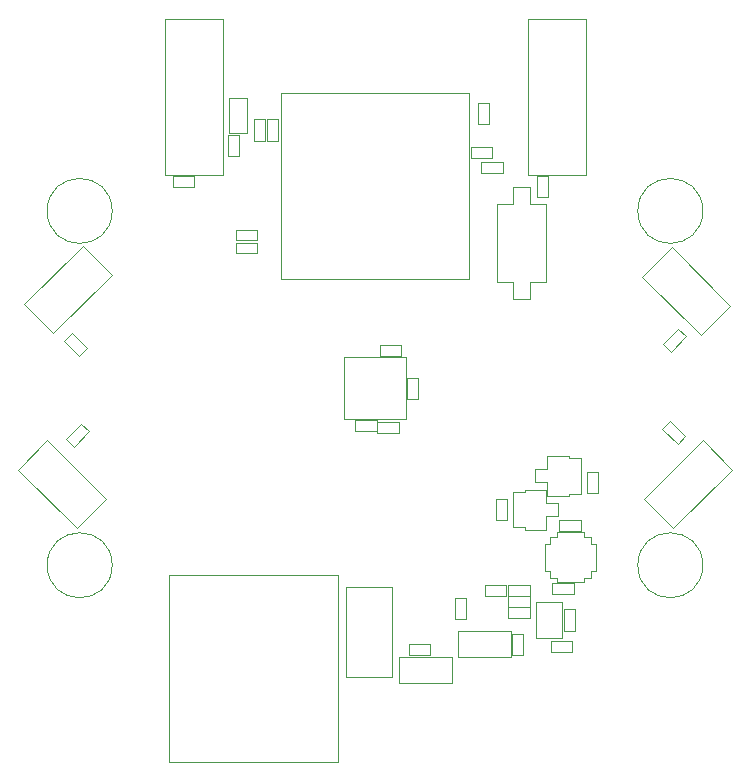
<source format=gbr>
G04 #@! TF.GenerationSoftware,KiCad,Pcbnew,9.0.3*
G04 #@! TF.CreationDate,2026-01-20T11:30:40+07:00*
G04 #@! TF.ProjectId,Mini_drone_PCB,4d696e69-5f64-4726-9f6e-655f5043422e,rev?*
G04 #@! TF.SameCoordinates,Original*
G04 #@! TF.FileFunction,Other,User*
%FSLAX46Y46*%
G04 Gerber Fmt 4.6, Leading zero omitted, Abs format (unit mm)*
G04 Created by KiCad (PCBNEW 9.0.3) date 2026-01-20 11:30:40*
%MOMM*%
%LPD*%
G01*
G04 APERTURE LIST*
%ADD10C,0.050000*%
G04 APERTURE END LIST*
D10*
G04 #@! TO.C,C4*
X138310000Y-102540000D02*
X140130000Y-102540000D01*
X138310000Y-103460000D02*
X138310000Y-102540000D01*
X140130000Y-102540000D02*
X140130000Y-103460000D01*
X140130000Y-103460000D02*
X138310000Y-103460000D01*
G04 #@! TO.C,H3*
X167750002Y-114857863D02*
G75*
G02*
X162250002Y-114857863I-2750000J0D01*
G01*
X162250002Y-114857863D02*
G75*
G02*
X167750002Y-114857863I2750000J0D01*
G01*
G04 #@! TO.C,SW1*
X150300000Y-84300000D02*
X151650000Y-84300001D01*
X150300000Y-90900000D02*
X150300000Y-84300000D01*
X151650000Y-82850000D02*
X153150000Y-82850000D01*
X151650000Y-84300001D02*
X151650000Y-82850000D01*
X151650000Y-90899999D02*
X150300000Y-90900000D01*
X151650000Y-92350000D02*
X151650000Y-90899999D01*
X153150000Y-82850000D02*
X153150000Y-84300001D01*
X153150000Y-84300001D02*
X154500000Y-84300000D01*
X153150000Y-90899999D02*
X153150000Y-92350000D01*
X153150000Y-92350000D02*
X151650000Y-92350000D01*
X154500000Y-84300000D02*
X154500000Y-90900000D01*
X154500000Y-90900000D02*
X153150000Y-90899999D01*
G04 #@! TO.C,D4*
X162637689Y-90412563D02*
X165112563Y-87937689D01*
X165112563Y-87937689D02*
X170062311Y-92887437D01*
X167587437Y-95362311D02*
X162637689Y-90412563D01*
X170062311Y-92887437D02*
X167587437Y-95362311D01*
G04 #@! TO.C,Q1*
X151669998Y-108650999D02*
X152699998Y-108650999D01*
X151669998Y-111650999D02*
X151669998Y-108650999D01*
X152699997Y-108450999D02*
X154499999Y-108450999D01*
X152699997Y-111850999D02*
X152699998Y-111650999D01*
X152699998Y-108650999D02*
X152699997Y-108450999D01*
X152699998Y-111650999D02*
X151669998Y-111650999D01*
X154499998Y-109600999D02*
X155529998Y-109600999D01*
X154499998Y-110700999D02*
X154499999Y-111850999D01*
X154499999Y-108450999D02*
X154499998Y-109600999D01*
X154499999Y-111850999D02*
X152699997Y-111850999D01*
X155529998Y-109600999D02*
X155529998Y-110700999D01*
X155529998Y-110700999D02*
X154499998Y-110700999D01*
G04 #@! TO.C,R1*
X151270132Y-116507486D02*
X153090132Y-116507486D01*
X151270132Y-117427486D02*
X151270132Y-116507486D01*
X153090132Y-116507486D02*
X153090132Y-117427486D01*
X153090132Y-117427486D02*
X151270132Y-117427486D01*
G04 #@! TO.C,C10*
X130840000Y-77090000D02*
X131760000Y-77090000D01*
X130840000Y-78910000D02*
X130840000Y-77090000D01*
X131760000Y-77090000D02*
X131760000Y-78910000D01*
X131760000Y-78910000D02*
X130840000Y-78910000D01*
G04 #@! TO.C,R14*
X113691853Y-95842391D02*
X114342391Y-95191853D01*
X114342391Y-95191853D02*
X115629325Y-96478787D01*
X114978787Y-97129325D02*
X113691853Y-95842391D01*
X115629325Y-96478787D02*
X114978787Y-97129325D01*
G04 #@! TO.C,R15*
X164381264Y-96118198D02*
X165668198Y-94831264D01*
X165031802Y-96768736D02*
X164381264Y-96118198D01*
X165668198Y-94831264D02*
X166318736Y-95481802D01*
X166318736Y-95481802D02*
X165031802Y-96768736D01*
G04 #@! TO.C,C1*
X146790000Y-117590000D02*
X147710000Y-117590000D01*
X146790000Y-119410000D02*
X146790000Y-117590000D01*
X147710000Y-117590000D02*
X147710000Y-119410000D01*
X147710000Y-119410000D02*
X146790000Y-119410000D01*
G04 #@! TO.C,H4*
X117750003Y-84857863D02*
G75*
G02*
X112250003Y-84857863I-2750000J0D01*
G01*
X112250003Y-84857863D02*
G75*
G02*
X117750003Y-84857863I2750000J0D01*
G01*
G04 #@! TO.C,U4*
X137361049Y-97207425D02*
X137361049Y-102507425D01*
X137361049Y-97207425D02*
X142661049Y-97207425D01*
X137361049Y-102507425D02*
X142661049Y-102507425D01*
X142661049Y-97207425D02*
X142661049Y-102507425D01*
G04 #@! TO.C,D3*
X110287689Y-92737437D02*
X115237437Y-87787689D01*
X112762563Y-95212311D02*
X110287689Y-92737437D01*
X115237437Y-87787689D02*
X117712311Y-90262563D01*
X117712311Y-90262563D02*
X112762563Y-95212311D01*
G04 #@! TO.C,C3*
X142740000Y-98990000D02*
X143660000Y-98990000D01*
X142740000Y-100810000D02*
X142740000Y-98990000D01*
X143660000Y-98990000D02*
X143660000Y-100810000D01*
X143660000Y-100810000D02*
X142740000Y-100810000D01*
G04 #@! TO.C,D6*
X162787689Y-109237437D02*
X167737437Y-104287689D01*
X165262563Y-111712311D02*
X162787689Y-109237437D01*
X167737437Y-104287689D02*
X170212311Y-106762563D01*
X170212311Y-106762563D02*
X165262563Y-111712311D01*
G04 #@! TO.C,C2*
X149290000Y-116540000D02*
X151110000Y-116540000D01*
X149290000Y-117460000D02*
X149290000Y-116540000D01*
X151110000Y-116540000D02*
X151110000Y-117460000D01*
X151110000Y-117460000D02*
X149290000Y-117460000D01*
G04 #@! TO.C,R7*
X151627215Y-120640219D02*
X152547215Y-120640219D01*
X151627215Y-122460219D02*
X151627215Y-120640219D01*
X152547215Y-120640219D02*
X152547215Y-122460219D01*
X152547215Y-122460219D02*
X151627215Y-122460219D01*
G04 #@! TO.C,R9*
X127540000Y-80230000D02*
X127540000Y-78410000D01*
X128460000Y-80230000D02*
X127540000Y-80230000D01*
X127540000Y-78410000D02*
X128460000Y-78410000D01*
X128460000Y-78410000D02*
X128460000Y-80230000D01*
G04 #@! TO.C,D8*
X142000000Y-122650000D02*
X146500000Y-122650000D01*
X142000000Y-124850000D02*
X142000000Y-122650000D01*
X146500000Y-124850000D02*
X142000000Y-124850000D01*
X146500000Y-124850000D02*
X146500000Y-122650000D01*
G04 #@! TO.C,R6*
X154860000Y-121290000D02*
X156680000Y-121290000D01*
X154860000Y-122210000D02*
X154860000Y-121290000D01*
X156680000Y-121290000D02*
X156680000Y-122210000D01*
X156680000Y-122210000D02*
X154860000Y-122210000D01*
G04 #@! TO.C,U5*
X154420000Y-113037500D02*
X154800000Y-113037500D01*
X154420000Y-115337500D02*
X154420000Y-113037500D01*
X154800000Y-112437500D02*
X155400000Y-112437500D01*
X154800000Y-113037500D02*
X154800000Y-112437500D01*
X154800000Y-115337500D02*
X154420000Y-115337500D01*
X154800000Y-115937500D02*
X154800000Y-115337500D01*
X155400000Y-112057500D02*
X157700000Y-112057500D01*
X155400000Y-112437500D02*
X155400000Y-112057500D01*
X155400000Y-115937500D02*
X154800000Y-115937500D01*
X155400000Y-116317500D02*
X155400000Y-115937500D01*
X157700000Y-112057500D02*
X157700000Y-112437500D01*
X157700000Y-112437500D02*
X158300000Y-112437500D01*
X157700000Y-115937500D02*
X157700000Y-116317500D01*
X157700000Y-116317500D02*
X155400000Y-116317500D01*
X158300000Y-112437500D02*
X158300000Y-113037500D01*
X158300000Y-113037500D02*
X158680000Y-113037500D01*
X158300000Y-115337500D02*
X158300000Y-115937500D01*
X158300000Y-115937500D02*
X157700000Y-115937500D01*
X158680000Y-113037500D02*
X158680000Y-115337500D01*
X158680000Y-115337500D02*
X158300000Y-115337500D01*
G04 #@! TO.C,H1*
X167750002Y-84857863D02*
G75*
G02*
X162250002Y-84857863I-2750000J0D01*
G01*
X162250002Y-84857863D02*
G75*
G02*
X167750002Y-84857863I2750000J0D01*
G01*
G04 #@! TO.C,R3*
X151266077Y-118427763D02*
X153086077Y-118427763D01*
X151266077Y-119347763D02*
X151266077Y-118427763D01*
X153086077Y-118427763D02*
X153086077Y-119347763D01*
X153086077Y-119347763D02*
X151266077Y-119347763D01*
G04 #@! TO.C,R13*
X137570000Y-116670000D02*
X141430000Y-116670000D01*
X137570000Y-124330000D02*
X137570000Y-116670000D01*
X141430000Y-116670000D02*
X141430000Y-124330000D01*
X141430000Y-124330000D02*
X137570000Y-124330000D01*
G04 #@! TO.C,D7*
X147000000Y-120400000D02*
X147000000Y-122600000D01*
X147000000Y-120400000D02*
X151500000Y-120400000D01*
X151500000Y-120400000D02*
X151500000Y-122600000D01*
X151500000Y-122600000D02*
X147000000Y-122600000D01*
G04 #@! TO.C,R12*
X148990000Y-80740000D02*
X150810000Y-80740000D01*
X148990000Y-81660000D02*
X148990000Y-80740000D01*
X150810000Y-80740000D02*
X150810000Y-81660000D01*
X150810000Y-81660000D02*
X148990000Y-81660000D01*
G04 #@! TO.C,R4*
X130010000Y-87360000D02*
X128190000Y-87360000D01*
X130010000Y-86440000D02*
X130010000Y-87360000D01*
X128190000Y-87360000D02*
X128190000Y-86440000D01*
X128190000Y-86440000D02*
X130010000Y-86440000D01*
G04 #@! TO.C,R5*
X130010000Y-88460000D02*
X128190000Y-88460000D01*
X130010000Y-87540000D02*
X130010000Y-88460000D01*
X128190000Y-88460000D02*
X128190000Y-87540000D01*
X128190000Y-87540000D02*
X130010000Y-87540000D01*
G04 #@! TO.C,C13*
X148740000Y-75690000D02*
X149660000Y-75690000D01*
X148740000Y-77510000D02*
X148740000Y-75690000D01*
X149660000Y-75690000D02*
X149660000Y-77510000D01*
X149660000Y-77510000D02*
X148740000Y-77510000D01*
G04 #@! TO.C,C8*
X155590000Y-111015000D02*
X157410000Y-111015000D01*
X155590000Y-111935000D02*
X155590000Y-111015000D01*
X157410000Y-111015000D02*
X157410000Y-111935000D01*
X157410000Y-111935000D02*
X155590000Y-111935000D01*
G04 #@! TO.C,U7*
X153650000Y-121000000D02*
X153650000Y-118000000D01*
X153650000Y-121000000D02*
X155850000Y-121000000D01*
X155850000Y-118000000D02*
X153650000Y-118000000D01*
X155850000Y-121000000D02*
X155850000Y-118000000D01*
G04 #@! TO.C,C5*
X140190000Y-102740000D02*
X142010000Y-102740000D01*
X140190000Y-103660000D02*
X140190000Y-102740000D01*
X142010000Y-102740000D02*
X142010000Y-103660000D01*
X142010000Y-103660000D02*
X140190000Y-103660000D01*
G04 #@! TO.C,C11*
X129740000Y-77090000D02*
X130660000Y-77090000D01*
X129740000Y-78910000D02*
X129740000Y-77090000D01*
X130660000Y-77090000D02*
X130660000Y-78910000D01*
X130660000Y-78910000D02*
X129740000Y-78910000D01*
G04 #@! TO.C,R16*
X113831264Y-104168198D02*
X115118198Y-102881264D01*
X114481802Y-104818736D02*
X113831264Y-104168198D01*
X115118198Y-102881264D02*
X115768736Y-103531802D01*
X115768736Y-103531802D02*
X114481802Y-104818736D01*
G04 #@! TO.C,C14*
X156040000Y-118590000D02*
X156960000Y-118590000D01*
X156040000Y-120410000D02*
X156040000Y-118590000D01*
X156960000Y-118590000D02*
X156960000Y-120410000D01*
X156960000Y-120410000D02*
X156040000Y-120410000D01*
G04 #@! TO.C,C7*
X154990000Y-116340000D02*
X156810000Y-116340000D01*
X154990000Y-117260000D02*
X154990000Y-116340000D01*
X156810000Y-116340000D02*
X156810000Y-117260000D01*
X156810000Y-117260000D02*
X154990000Y-117260000D01*
G04 #@! TO.C,R10*
X157940000Y-106960998D02*
X158860000Y-106960998D01*
X157940000Y-108780998D02*
X157940000Y-106960998D01*
X158860000Y-106960998D02*
X158860000Y-108780998D01*
X158860000Y-108780998D02*
X157940000Y-108780998D01*
G04 #@! TO.C,H2*
X117750002Y-114857863D02*
G75*
G02*
X112250002Y-114857863I-2750000J0D01*
G01*
X112250002Y-114857863D02*
G75*
G02*
X117750002Y-114857863I2750000J0D01*
G01*
G04 #@! TO.C,C6*
X140390000Y-96240000D02*
X142210000Y-96240000D01*
X140390000Y-97160000D02*
X140390000Y-96240000D01*
X142210000Y-96240000D02*
X142210000Y-97160000D01*
X142210000Y-97160000D02*
X140390000Y-97160000D01*
G04 #@! TO.C,R11*
X150240000Y-109240999D02*
X151160000Y-109240999D01*
X150240000Y-111060999D02*
X150240000Y-109240999D01*
X151160000Y-109240999D02*
X151160000Y-111060999D01*
X151160000Y-111060999D02*
X150240000Y-111060999D01*
G04 #@! TO.C,Q2*
X153570000Y-106750000D02*
X154600000Y-106750000D01*
X153570000Y-107850000D02*
X153570000Y-106750000D01*
X154599999Y-105600000D02*
X156400001Y-105600000D01*
X154599999Y-109000000D02*
X154600000Y-107850000D01*
X154600000Y-106750000D02*
X154599999Y-105600000D01*
X154600000Y-107850000D02*
X153570000Y-107850000D01*
X156400000Y-105800000D02*
X157430000Y-105800000D01*
X156400000Y-108800000D02*
X156400001Y-109000000D01*
X156400001Y-105600000D02*
X156400000Y-105800000D01*
X156400001Y-109000000D02*
X154599999Y-109000000D01*
X157430000Y-105800000D02*
X157430000Y-108800000D01*
X157430000Y-108800000D02*
X156400000Y-108800000D01*
G04 #@! TO.C,D2*
X129130000Y-75332499D02*
X129130000Y-78292499D01*
X127670000Y-75332499D02*
X129130000Y-75332499D01*
X129130000Y-78292499D02*
X127670000Y-78292499D01*
X127670000Y-78292499D02*
X127670000Y-75332499D01*
G04 #@! TO.C,R17*
X164331264Y-103281802D02*
X164981802Y-102631264D01*
X164981802Y-102631264D02*
X166268736Y-103918198D01*
X165618198Y-104568736D02*
X164331264Y-103281802D01*
X166268736Y-103918198D02*
X165618198Y-104568736D01*
G04 #@! TO.C,C12*
X142840000Y-121540000D02*
X144660000Y-121540000D01*
X142840000Y-122460000D02*
X142840000Y-121540000D01*
X144660000Y-121540000D02*
X144660000Y-122460000D01*
X144660000Y-122460000D02*
X142840000Y-122460000D01*
G04 #@! TO.C,D5*
X109787689Y-106762563D02*
X112262563Y-104287689D01*
X112262563Y-104287689D02*
X117212311Y-109237437D01*
X114737437Y-111712311D02*
X109787689Y-106762563D01*
X117212311Y-109237437D02*
X114737437Y-111712311D01*
G04 #@! TO.C,C9*
X148090000Y-79440000D02*
X149910000Y-79440000D01*
X148090000Y-80360000D02*
X148090000Y-79440000D01*
X149910000Y-79440000D02*
X149910000Y-80360000D01*
X149910000Y-80360000D02*
X148090000Y-80360000D01*
G04 #@! TO.C,R2*
X151270132Y-117478641D02*
X153090132Y-117478641D01*
X151270132Y-118398641D02*
X151270132Y-117478641D01*
X153090132Y-117478641D02*
X153090132Y-118398641D01*
X153090132Y-118398641D02*
X151270132Y-118398641D01*
G04 #@! TO.C,J1*
X136850000Y-131525000D02*
X136850000Y-115675000D01*
X136850000Y-131525000D02*
X122550000Y-131525000D01*
X136850000Y-115675000D02*
X122550000Y-115675000D01*
X122550000Y-131525000D02*
X122550000Y-115675000D01*
G04 #@! TO.C,D1*
X122190000Y-68614999D02*
X122190000Y-81785000D01*
X122190000Y-81785000D02*
X127150000Y-81785000D01*
X127150000Y-68615000D02*
X122190000Y-68614999D01*
X127150000Y-81785000D02*
X127150000Y-68615000D01*
G04 #@! TO.C,U3*
X132050000Y-90600000D02*
X132050000Y-74850000D01*
X147950000Y-74850000D02*
X147950000Y-90600000D01*
X147950000Y-90600000D02*
X132050000Y-90600000D01*
X132050000Y-74850000D02*
X147950000Y-74850000D01*
G04 #@! TO.C,D9*
X152920001Y-68614999D02*
X152920001Y-81785000D01*
X152920001Y-81785000D02*
X157880001Y-81785000D01*
X157880001Y-68615000D02*
X152920001Y-68614999D01*
X157880001Y-81785000D02*
X157880001Y-68615000D01*
G04 #@! TO.C,R8*
X122890000Y-81940000D02*
X124710000Y-81940000D01*
X122890000Y-82860000D02*
X122890000Y-81940000D01*
X124710000Y-81940000D02*
X124710000Y-82860000D01*
X124710000Y-82860000D02*
X122890000Y-82860000D01*
G04 #@! TO.C,R18*
X154660000Y-81890000D02*
X154660000Y-83710000D01*
X153740000Y-81890000D02*
X154660000Y-81890000D01*
X154660000Y-83710000D02*
X153740000Y-83710000D01*
X153740000Y-83710000D02*
X153740000Y-81890000D01*
G04 #@! TD*
M02*

</source>
